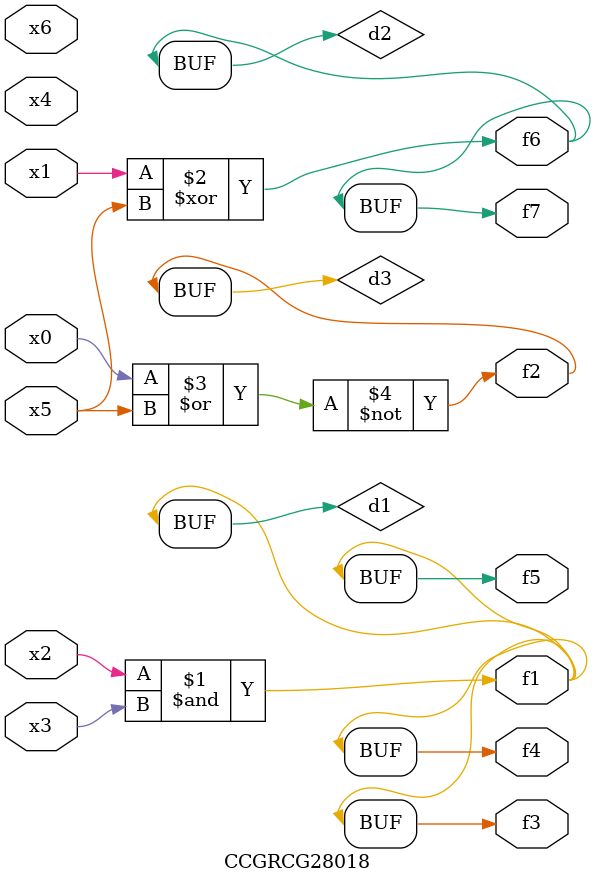
<source format=v>
module CCGRCG28018(
	input x0, x1, x2, x3, x4, x5, x6,
	output f1, f2, f3, f4, f5, f6, f7
);

	wire d1, d2, d3;

	and (d1, x2, x3);
	xor (d2, x1, x5);
	nor (d3, x0, x5);
	assign f1 = d1;
	assign f2 = d3;
	assign f3 = d1;
	assign f4 = d1;
	assign f5 = d1;
	assign f6 = d2;
	assign f7 = d2;
endmodule

</source>
